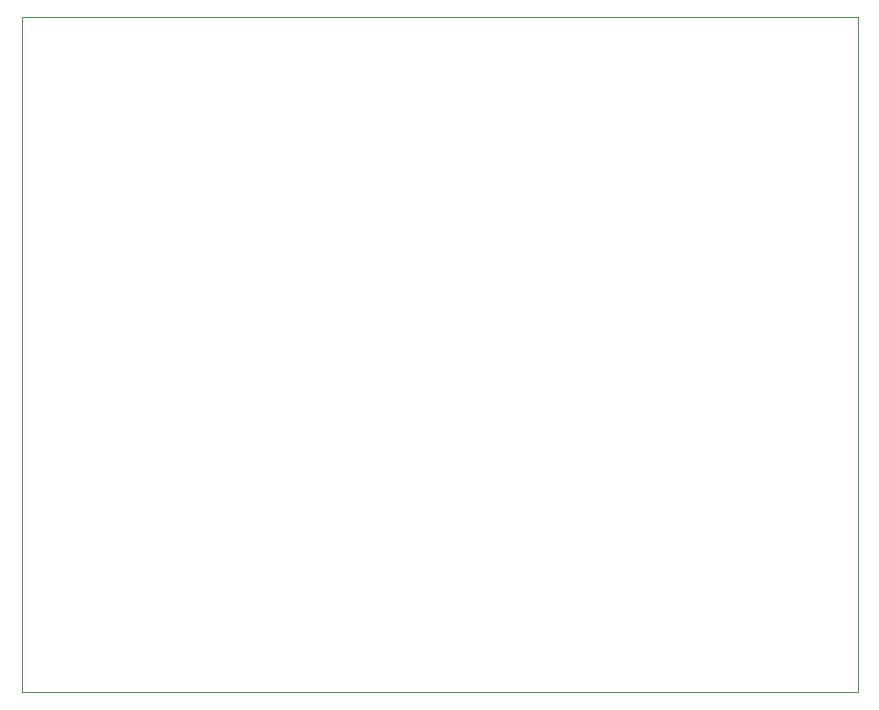
<source format=gko>
G04 Layer_Color=16711935*
%FSLAX25Y25*%
%MOIN*%
G70*
G01*
G75*
%ADD83C,0.00400*%
D83*
X100Y225000D02*
X278900D01*
X100Y0D02*
Y225000D01*
X278900Y0D02*
Y225000D01*
X100Y0D02*
X278900D01*
M02*

</source>
